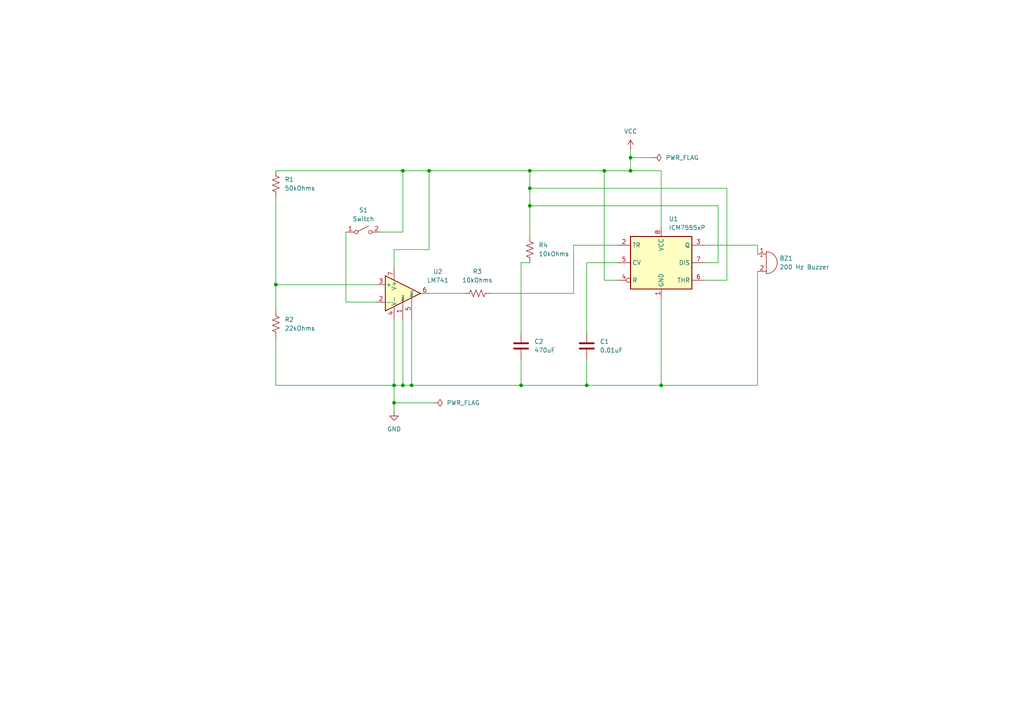
<source format=kicad_sch>
(kicad_sch (version 20231120) (generator "eeschema") (generator_version "8.0")
  (paper "A4")
  (lib_symbols
    (symbol "Amplifier_Operational:LM741" (pin_names (offset 0.127))
      (property "Reference" "U" (at 0 6.35 0))
      (property "Value" "LM741" (at 0 3.81 0))
      (symbol "LM741_0_1"
        (polyline (pts (xy -5.08 5.08) (xy 5.08 0) (xy -5.08 -5.08) (xy -5.08 5.08)) (stroke (width 0.254)) (fill (type background)))
      )
      (symbol "LM741_1_1"
        (pin input line (at 0 -7.62 90) (length 5.08) (name "NULL") (number "1"))
        (pin input line (at -7.62 -2.54 0) (length 2.54) (name "-") (number "2"))
        (pin input line (at -7.62 2.54 0) (length 2.54) (name "+") (number "3"))
        (pin power_in line (at -2.54 -7.62 90) (length 3.81) (name "V-") (number "4"))
        (pin input line (at 2.54 -7.62 90) (length 6.35) (name "NULL") (number "5"))
        (pin output line (at 7.62 0 180) (length 2.54) (name "~") (number "6"))
        (pin power_in line (at -2.54 7.62 270) (length 3.81) (name "V+") (number "7"))
        (pin no_connect line (at 0 2.54 270) (length 2.54) hide (name "NC") (number "8"))
      )
    )
    (symbol "Device:Buzzer" (pin_names (offset 0.0254) hide)
      (property "Reference" "BZ" (at 3.81 1.27 0))
      (property "Value" "Buzzer" (at 3.81 -1.27 0))
      (symbol "Buzzer_0_1"
        (arc (start 0 -3.175) (mid 3.1612 0) (end 0 3.175))
        (polyline (pts (xy -1.651 1.905) (xy -1.143 1.905)))
        (polyline (pts (xy -1.397 2.159) (xy -1.397 1.651)))
        (polyline (pts (xy 0 3.175) (xy 0 -3.175)))
      )
      (symbol "Buzzer_1_1"
        (pin passive line (at -2.54 2.54 0) (length 2.54) (name "+") (number "1"))
        (pin passive line (at -2.54 -2.54 0) (length 2.54) (name "-") (number "2"))
      )
    )
    (symbol "Device:C" (pin_numbers hide) (pin_names (offset 0.254))
      (property "Reference" "C" (at 0.635 2.54 0))
      (property "Value" "C" (at 0.635 -2.54 0))
      (symbol "C_0_1"
        (polyline (pts (xy -2.032 -0.762) (xy 2.032 -0.762)) (stroke (width 0.508)))
        (polyline (pts (xy -2.032 0.762) (xy 2.032 0.762)) (stroke (width 0.508)))
      )
      (symbol "C_1_1"
        (pin passive line (at 0 3.81 270) (length 2.794) (name "~") (number "1"))
        (pin passive line (at 0 -3.81 90) (length 2.794) (name "~") (number "2"))
      )
    )
    (symbol "Device:R_US" (pin_numbers hide) (pin_names (offset 0))
      (property "Reference" "R" (at 2.54 0 90))
      (property "Value" "R_US" (at -2.54 0 90))
      (symbol "R_US_0_1"
        (polyline (pts (xy 0 -2.286) (xy 0 -2.54)))
        (polyline (pts (xy 0 2.286) (xy 0 2.54)))
        (polyline (pts (xy 0 -0.762) (xy 1.016 -1.143) (xy 0 -1.524) (xy -1.016 -1.905) (xy 0 -2.286)))
        (polyline (pts (xy 0 0.762) (xy 1.016 0.381) (xy 0 0) (xy -1.016 -0.381) (xy 0 -0.762)))
        (polyline (pts (xy 0 2.286) (xy 1.016 1.905) (xy 0 1.524) (xy -1.016 1.143) (xy 0 0.762)))
      )
      (symbol "R_US_1_1"
        (pin passive line (at 0 3.81 270) (length 1.27) (name "~") (number "1"))
        (pin passive line (at 0 -3.81 90) (length 1.27) (name "~") (number "2"))
      )
    )
    (symbol "Switch:SW_SPST" (pin_names (offset 0) hide)
      (property "Reference" "SW" (at 0 3.175 0))
      (property "Value" "SW_SPST" (at 0 -2.54 0))
      (symbol "SW_SPST_0_0"
        (circle (center -2.032 0) (radius 0.508))
        (polyline (pts (xy -1.524 0.254) (xy 1.524 1.778)))
        (circle (center 2.032 0) (radius 0.508))
      )
      (symbol "SW_SPST_1_1"
        (pin passive line (at -5.08 0 0) (length 2.54) (name "A") (number "1"))
        (pin passive line (at 5.08 0 180) (length 2.54) (name "B") (number "2"))
      )
    )
    (symbol "Timer:ICM7555xP"
      (property "Reference" "U" (at -10.16 8.89 0))
      (property "Value" "ICM7555xP" (at 2.54 8.89 0))
      (symbol "ICM7555xP_0_0"
        (pin power_in line (at 0 -10.16 90) (length 2.54) (name "GND") (number "1"))
        (pin power_in line (at 0 10.16 270) (length 2.54) (name "VCC") (number "8"))
      )
      (symbol "ICM7555xP_0_1"
        (rectangle (start -8.89 -7.62) (end 8.89 7.62) (stroke (width 0.254)) (fill (type background)))
        (rectangle (start -8.89 -7.62) (end 8.89 7.62) (stroke (width 0.254)) (fill (type background)))
      )
      (symbol "ICM7555xP_1_1"
        (pin input line (at -12.7 5.08 0) (length 3.81) (name "TR") (number "2"))
        (pin output line (at 12.7 5.08 180) (length 3.81) (name "Q") (number "3"))
        (pin input inverted (at -12.7 -5.08 0) (length 3.81) (name "R") (number "4"))
        (pin input line (at -12.7 0 0) (length 3.81) (name "CV") (number "5"))
        (pin input line (at 12.7 -5.08 180) (length 3.81) (name "THR") (number "6"))
        (pin input line (at 12.7 0 180) (length 3.81) (name "DIS") (number "7"))
      )
    )
    (symbol "power:GND" (power) (pin_numbers hide) (pin_names (offset 0) hide)
      (property "Value" "GND" (at 0 -3.81 0))
      (symbol "GND_0_1"
        (polyline (pts (xy 0 0) (xy 0 -1.27) (xy 1.27 -1.27) (xy 0 -2.54) (xy -1.27 -1.27) (xy 0 -1.27)))
      )
      (symbol "GND_1_1"
        (pin power_in line (at 0 0 270) (length 0) (name "~") (number "1"))
      )
    )
    (symbol "power:PWR_FLAG" (power) (pin_numbers hide) (pin_names (offset 0) hide)
      (property "Value" "PWR_FLAG" (at 0 3.81 0))
      (symbol "PWR_FLAG_0_0"
        (pin power_out line (at 0 0 90) (length 0) (name "~") (number "1"))
      )
      (symbol "PWR_FLAG_0_1"
        (polyline (pts (xy 0 0) (xy 0 1.27) (xy -1.016 1.905) (xy 0 2.54) (xy 1.016 1.905) (xy 0 1.27)))
      )
    )
    (symbol "power:VCC" (power) (pin_numbers hide) (pin_names (offset 0) hide)
      (property "Value" "VCC" (at 0 3.556 0))
      (symbol "VCC_0_1"
        (polyline (pts (xy -0.762 1.27) (xy 0 2.54)))
        (polyline (pts (xy 0 0) (xy 0 2.54)))
        (polyline (pts (xy 0 2.54) (xy 0.762 1.27)))
      )
      (symbol "VCC_1_1"
        (pin power_in line (at 0 0 90) (length 0) (name "~") (number "1"))
      )
    )
  )
  (junction (at 175.26 49.53))
  (junction (at 151.13 111.76))
  (junction (at 116.84 49.53))
  (junction (at 124.46 49.53))
  (junction (at 182.88 45.72))
  (junction (at 80.01 82.55))
  (junction (at 170.18 111.76))
  (junction (at 114.3 111.76))
  (junction (at 119.38 111.76))
  (junction (at 153.67 59.69))
  (junction (at 182.88 49.53))
  (junction (at 153.67 54.61))
  (junction (at 114.3 116.84))
  (junction (at 153.67 49.53))
  (junction (at 191.77 111.76))
  (junction (at 116.84 111.76))
  (wire (pts (xy 109.22 87.63) (xy 100.33 87.63)))
  (wire (pts (xy 116.84 111.76) (xy 119.38 111.76)))
  (wire (pts (xy 179.07 81.28) (xy 175.26 81.28)))
  (wire (pts (xy 119.38 92.71) (xy 119.38 111.76)))
  (wire (pts (xy 116.84 49.53) (xy 124.46 49.53)))
  (wire (pts (xy 114.3 92.71) (xy 114.3 111.76)))
  (wire (pts (xy 219.71 71.12) (xy 204.47 71.12)))
  (wire (pts (xy 124.46 72.39) (xy 124.46 49.53)))
  (wire (pts (xy 179.07 76.2) (xy 170.18 76.2)))
  (wire (pts (xy 153.67 54.61) (xy 153.67 59.69)))
  (wire (pts (xy 151.13 104.14) (xy 151.13 111.76)))
  (wire (pts (xy 204.47 76.2) (xy 208.28 76.2)))
  (wire (pts (xy 182.88 45.72) (xy 182.88 49.53)))
  (wire (pts (xy 153.67 59.69) (xy 153.67 68.58)))
  (wire (pts (xy 191.77 86.36) (xy 191.77 111.76)))
  (wire (pts (xy 191.77 66.04) (xy 191.77 49.53)))
  (wire (pts (xy 80.01 49.53) (xy 116.84 49.53)))
  (wire (pts (xy 80.01 82.55) (xy 80.01 90.17)))
  (wire (pts (xy 110.49 67.31) (xy 116.84 67.31)))
  (wire (pts (xy 114.3 111.76) (xy 116.84 111.76)))
  (wire (pts (xy 80.01 82.55) (xy 109.22 82.55)))
  (wire (pts (xy 208.28 59.69) (xy 153.67 59.69)))
  (wire (pts (xy 124.46 49.53) (xy 153.67 49.53)))
  (wire (pts (xy 175.26 49.53) (xy 182.88 49.53)))
  (wire (pts (xy 210.82 54.61) (xy 153.67 54.61)))
  (wire (pts (xy 166.37 71.12) (xy 179.07 71.12)))
  (wire (pts (xy 151.13 76.2) (xy 153.67 76.2)))
  (wire (pts (xy 125.73 116.84) (xy 114.3 116.84)))
  (wire (pts (xy 114.3 116.84) (xy 114.3 119.38)))
  (wire (pts (xy 80.01 97.79) (xy 80.01 111.76)))
  (wire (pts (xy 114.3 111.76) (xy 114.3 116.84)))
  (wire (pts (xy 219.71 111.76) (xy 219.71 78.74)))
  (wire (pts (xy 204.47 81.28) (xy 210.82 81.28)))
  (wire (pts (xy 219.71 73.66) (xy 219.71 71.12)))
  (wire (pts (xy 182.88 45.72) (xy 189.23 45.72)))
  (wire (pts (xy 119.38 111.76) (xy 151.13 111.76)))
  (wire (pts (xy 170.18 76.2) (xy 170.18 96.52)))
  (wire (pts (xy 153.67 49.53) (xy 175.26 49.53)))
  (wire (pts (xy 142.24 85.09) (xy 166.37 85.09)))
  (wire (pts (xy 153.67 54.61) (xy 153.67 49.53)))
  (wire (pts (xy 116.84 92.71) (xy 116.84 111.76)))
  (wire (pts (xy 151.13 96.52) (xy 151.13 76.2)))
  (wire (pts (xy 80.01 57.15) (xy 80.01 82.55)))
  (wire (pts (xy 182.88 49.53) (xy 191.77 49.53)))
  (wire (pts (xy 175.26 81.28) (xy 175.26 49.53)))
  (wire (pts (xy 114.3 72.39) (xy 124.46 72.39)))
  (wire (pts (xy 166.37 85.09) (xy 166.37 71.12)))
  (wire (pts (xy 124.46 85.09) (xy 134.62 85.09)))
  (wire (pts (xy 116.84 67.31) (xy 116.84 49.53)))
  (wire (pts (xy 114.3 77.47) (xy 114.3 72.39)))
  (wire (pts (xy 170.18 111.76) (xy 191.77 111.76)))
  (wire (pts (xy 208.28 76.2) (xy 208.28 59.69)))
  (wire (pts (xy 182.88 43.18) (xy 182.88 45.72)))
  (wire (pts (xy 151.13 111.76) (xy 170.18 111.76)))
  (wire (pts (xy 191.77 111.76) (xy 219.71 111.76)))
  (wire (pts (xy 170.18 104.14) (xy 170.18 111.76)))
  (wire (pts (xy 80.01 111.76) (xy 114.3 111.76)))
  (wire (pts (xy 210.82 81.28) (xy 210.82 54.61)))
  (wire (pts (xy 100.33 87.63) (xy 100.33 67.31)))
  (symbol (lib_id "Device:Buzzer") (at 222.25 76.2 0) (unit 1)
    (property "Reference" "BZ1" (at 226.06 74.9299 0) (effects (justify left)))
    (property "Value" "200 Hz Buzzer" (at 226.06 77.4699 0) (effects (justify left)))
    (property "Footprint" "Buzzer_Beeper:Buzzer_CUI_CPT-9019S-SMT" (effects (hide yes)))
    (property "Description" "Buzzer, polarized" (effects (hide yes)))
  )
  (symbol (lib_id "Device:R_US") (at 80.01 93.98 0) (unit 1)
    (property "Reference" "R2" (at 82.55 92.7099 0) (effects (justify left)))
    (property "Value" "22kOhms" (at 82.55 95.2499 0) (effects (justify left)))
    (property "Footprint" "Resistor_THT:R_Axial_DIN0204_L3.6mm_D1.6mm_P5.08mm_Horizontal" (effects (hide yes)))
    (property "Description" "Resistor, US symbol" (effects (hide yes)))
  )
  (symbol (lib_id "Device:R_US") (at 138.43 85.09 90) (unit 1)
    (property "Reference" "R3" (at 138.43 78.74 90))
    (property "Value" "10kOhms" (at 138.43 81.28 90))
    (property "Footprint" "Resistor_THT:R_Axial_DIN0204_L3.6mm_D1.6mm_P5.08mm_Horizontal" (effects (hide yes)))
    (property "Description" "Resistor, US symbol" (effects (hide yes)))
  )
  (symbol (lib_id "Device:R_US") (at 153.67 72.39 0) (unit 1)
    (property "Reference" "R4" (at 156.21 71.1199 0) (effects (justify left)))
    (property "Value" "10kOhms" (at 156.21 73.6599 0) (effects (justify left)))
    (property "Footprint" "Resistor_THT:R_Axial_DIN0204_L3.6mm_D1.6mm_P5.08mm_Horizontal" (effects (hide yes)))
    (property "Description" "Resistor, US symbol" (effects (hide yes)))
  )
  (symbol (lib_id "Device:C") (at 170.18 100.33 0) (unit 1)
    (property "Reference" "C1" (at 173.99 99.0599 0) (effects (justify left)))
    (property "Value" "0.01uF" (at 173.99 101.5999 0) (effects (justify left)))
    (property "Footprint" "Capacitor_THT:C_Axial_L3.8mm_D2.6mm_P15.00mm_Horizontal" (effects (hide yes)))
    (property "Description" "Unpolarized capacitor" (effects (hide yes)))
  )
  (symbol (lib_id "power:GND") (at 114.3 119.38 0) (unit 1)
    (property "Reference" "#PWR01" (effects (hide yes)))
    (property "Value" "GND" (at 114.3 124.46 0))
    (property "Description" "Power symbol creates a global label with name \"GND\" , ground" (effects (hide yes)))
  )
  (symbol (lib_id "Amplifier_Operational:LM741") (at 116.84 85.09 0) (unit 1)
    (property "Reference" "U2" (at 127 78.7714 0))
    (property "Value" "LM741" (at 127 81.3114 0))
    (property "Footprint" "Package_DIP:DIP-8_W7.62mm_Socket_LongPads" (effects (hide yes)))
    (property "Datasheet" "http://www.ti.com/lit/ds/symlink/lm741.pdf" (effects (hide yes)))
    (property "Description" "Operational Amplifier, DIP-8/TO-99-8" (effects (hide yes)))
  )
  (symbol (lib_id "Switch:SW_SPST") (at 105.41 67.31 0) (unit 1)
    (property "Reference" "S1" (at 105.41 60.96 0))
    (property "Value" "Switch" (at 105.41 63.5 0))
    (property "Description" "Single Pole Single Throw (SPST) switch" (effects (hide yes)))
  )
  (symbol (lib_id "power:PWR_FLAG") (at 125.73 116.84 270) (unit 1)
    (property "Reference" "#FLG02" (effects (hide yes)))
    (property "Value" "PWR_FLAG" (at 129.54 116.8399 90) (effects (justify left)))
    (property "Description" "Special symbol for telling ERC where power comes from" (effects (hide yes)))
  )
  (symbol (lib_id "power:VCC") (at 182.88 43.18 0) (unit 1)
    (property "Reference" "#PWR02" (effects (hide yes)))
    (property "Value" "VCC" (at 182.88 38.1 0))
    (property "Description" "Power symbol creates a global label with name \"VCC\"" (effects (hide yes)))
  )
  (symbol (lib_id "Device:R_US") (at 80.01 53.34 0) (unit 1)
    (property "Reference" "R1" (at 82.55 52.0699 0) (effects (justify left)))
    (property "Value" "50kOhms" (at 82.55 54.6099 0) (effects (justify left)))
    (property "Footprint" "Resistor_THT:R_Axial_DIN0204_L3.6mm_D1.6mm_P5.08mm_Horizontal" (effects (hide yes)))
    (property "Description" "Resistor, US symbol" (effects (hide yes)))
  )
  (symbol (lib_id "Timer:ICM7555xP") (at 191.77 76.2 0) (unit 1)
    (property "Reference" "U1" (at 193.9641 63.5 0) (effects (justify left)))
    (property "Value" "ICM7555xP" (at 193.9641 66.04 0) (effects (justify left)))
    (property "Footprint" "Package_DIP:DIP-8_W7.62mm" (effects (hide yes)))
    (property "Datasheet" "http://www.intersil.com/content/dam/Intersil/documents/icm7/icm7555-56.pdf" (effects (hide yes)))
    (property "Description" "CMOS General Purpose Timer, 555 compatible, PDIP-8" (effects (hide yes)))
  )
  (symbol (lib_id "Device:C") (at 151.13 100.33 0) (unit 1)
    (property "Reference" "C2" (at 154.94 99.0599 0) (effects (justify left)))
    (property "Value" "470uF" (at 154.94 101.5999 0) (effects (justify left)))
    (property "Footprint" "Capacitor_THT:C_Axial_L3.8mm_D2.6mm_P15.00mm_Horizontal" (effects (hide yes)))
    (property "Description" "Unpolarized capacitor" (effects (hide yes)))
  )
  (symbol (lib_id "power:PWR_FLAG") (at 189.23 45.72 270) (unit 1)
    (property "Reference" "#FLG01" (effects (hide yes)))
    (property "Value" "PWR_FLAG" (at 193.04 45.7199 90) (effects (justify left)))
    (property "Description" "Special symbol for telling ERC where power comes from" (effects (hide yes)))
  )
)
</source>
